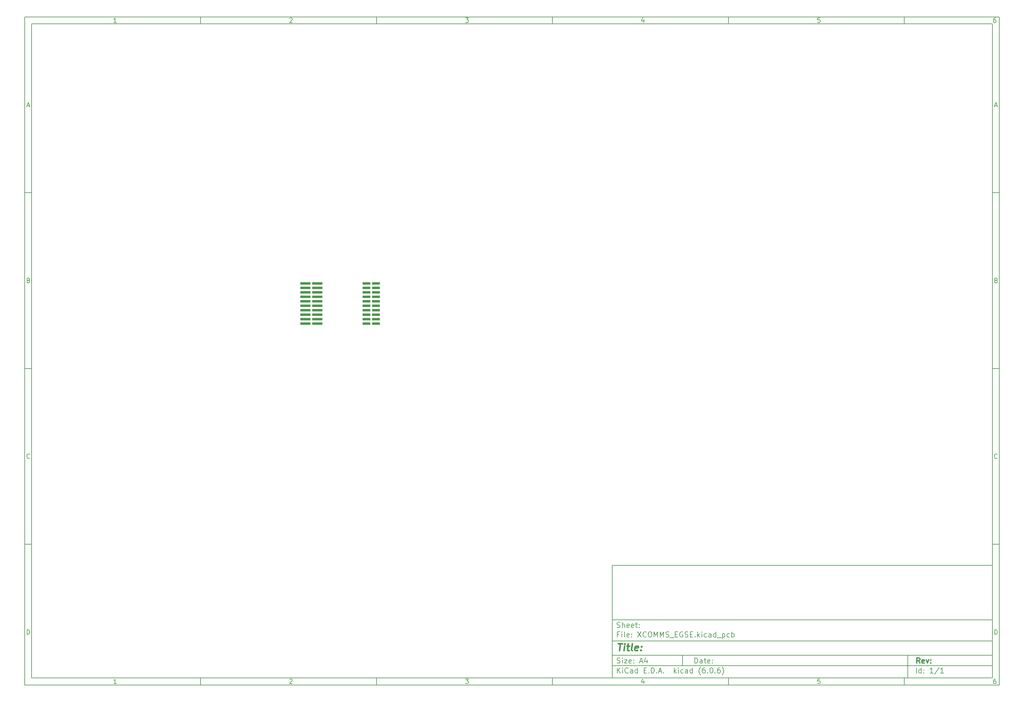
<source format=gbr>
%TF.GenerationSoftware,KiCad,Pcbnew,(6.0.6)*%
%TF.CreationDate,2022-07-08T12:35:32+02:00*%
%TF.ProjectId,XCOMMS_EGSE,58434f4d-4d53-45f4-9547-53452e6b6963,rev?*%
%TF.SameCoordinates,Original*%
%TF.FileFunction,Paste,Top*%
%TF.FilePolarity,Positive*%
%FSLAX46Y46*%
G04 Gerber Fmt 4.6, Leading zero omitted, Abs format (unit mm)*
G04 Created by KiCad (PCBNEW (6.0.6)) date 2022-07-08 12:35:32*
%MOMM*%
%LPD*%
G01*
G04 APERTURE LIST*
%ADD10C,0.100000*%
%ADD11C,0.150000*%
%ADD12C,0.300000*%
%ADD13C,0.400000*%
%ADD14R,2.920000X0.650000*%
%ADD15R,2.220000X0.740000*%
G04 APERTURE END LIST*
D10*
D11*
X177002200Y-166007200D02*
X177002200Y-198007200D01*
X285002200Y-198007200D01*
X285002200Y-166007200D01*
X177002200Y-166007200D01*
D10*
D11*
X10000000Y-10000000D02*
X10000000Y-200007200D01*
X287002200Y-200007200D01*
X287002200Y-10000000D01*
X10000000Y-10000000D01*
D10*
D11*
X12000000Y-12000000D02*
X12000000Y-198007200D01*
X285002200Y-198007200D01*
X285002200Y-12000000D01*
X12000000Y-12000000D01*
D10*
D11*
X60000000Y-12000000D02*
X60000000Y-10000000D01*
D10*
D11*
X110000000Y-12000000D02*
X110000000Y-10000000D01*
D10*
D11*
X160000000Y-12000000D02*
X160000000Y-10000000D01*
D10*
D11*
X210000000Y-12000000D02*
X210000000Y-10000000D01*
D10*
D11*
X260000000Y-12000000D02*
X260000000Y-10000000D01*
D10*
D11*
X36065476Y-11588095D02*
X35322619Y-11588095D01*
X35694047Y-11588095D02*
X35694047Y-10288095D01*
X35570238Y-10473809D01*
X35446428Y-10597619D01*
X35322619Y-10659523D01*
D10*
D11*
X85322619Y-10411904D02*
X85384523Y-10350000D01*
X85508333Y-10288095D01*
X85817857Y-10288095D01*
X85941666Y-10350000D01*
X86003571Y-10411904D01*
X86065476Y-10535714D01*
X86065476Y-10659523D01*
X86003571Y-10845238D01*
X85260714Y-11588095D01*
X86065476Y-11588095D01*
D10*
D11*
X135260714Y-10288095D02*
X136065476Y-10288095D01*
X135632142Y-10783333D01*
X135817857Y-10783333D01*
X135941666Y-10845238D01*
X136003571Y-10907142D01*
X136065476Y-11030952D01*
X136065476Y-11340476D01*
X136003571Y-11464285D01*
X135941666Y-11526190D01*
X135817857Y-11588095D01*
X135446428Y-11588095D01*
X135322619Y-11526190D01*
X135260714Y-11464285D01*
D10*
D11*
X185941666Y-10721428D02*
X185941666Y-11588095D01*
X185632142Y-10226190D02*
X185322619Y-11154761D01*
X186127380Y-11154761D01*
D10*
D11*
X236003571Y-10288095D02*
X235384523Y-10288095D01*
X235322619Y-10907142D01*
X235384523Y-10845238D01*
X235508333Y-10783333D01*
X235817857Y-10783333D01*
X235941666Y-10845238D01*
X236003571Y-10907142D01*
X236065476Y-11030952D01*
X236065476Y-11340476D01*
X236003571Y-11464285D01*
X235941666Y-11526190D01*
X235817857Y-11588095D01*
X235508333Y-11588095D01*
X235384523Y-11526190D01*
X235322619Y-11464285D01*
D10*
D11*
X285941666Y-10288095D02*
X285694047Y-10288095D01*
X285570238Y-10350000D01*
X285508333Y-10411904D01*
X285384523Y-10597619D01*
X285322619Y-10845238D01*
X285322619Y-11340476D01*
X285384523Y-11464285D01*
X285446428Y-11526190D01*
X285570238Y-11588095D01*
X285817857Y-11588095D01*
X285941666Y-11526190D01*
X286003571Y-11464285D01*
X286065476Y-11340476D01*
X286065476Y-11030952D01*
X286003571Y-10907142D01*
X285941666Y-10845238D01*
X285817857Y-10783333D01*
X285570238Y-10783333D01*
X285446428Y-10845238D01*
X285384523Y-10907142D01*
X285322619Y-11030952D01*
D10*
D11*
X60000000Y-198007200D02*
X60000000Y-200007200D01*
D10*
D11*
X110000000Y-198007200D02*
X110000000Y-200007200D01*
D10*
D11*
X160000000Y-198007200D02*
X160000000Y-200007200D01*
D10*
D11*
X210000000Y-198007200D02*
X210000000Y-200007200D01*
D10*
D11*
X260000000Y-198007200D02*
X260000000Y-200007200D01*
D10*
D11*
X36065476Y-199595295D02*
X35322619Y-199595295D01*
X35694047Y-199595295D02*
X35694047Y-198295295D01*
X35570238Y-198481009D01*
X35446428Y-198604819D01*
X35322619Y-198666723D01*
D10*
D11*
X85322619Y-198419104D02*
X85384523Y-198357200D01*
X85508333Y-198295295D01*
X85817857Y-198295295D01*
X85941666Y-198357200D01*
X86003571Y-198419104D01*
X86065476Y-198542914D01*
X86065476Y-198666723D01*
X86003571Y-198852438D01*
X85260714Y-199595295D01*
X86065476Y-199595295D01*
D10*
D11*
X135260714Y-198295295D02*
X136065476Y-198295295D01*
X135632142Y-198790533D01*
X135817857Y-198790533D01*
X135941666Y-198852438D01*
X136003571Y-198914342D01*
X136065476Y-199038152D01*
X136065476Y-199347676D01*
X136003571Y-199471485D01*
X135941666Y-199533390D01*
X135817857Y-199595295D01*
X135446428Y-199595295D01*
X135322619Y-199533390D01*
X135260714Y-199471485D01*
D10*
D11*
X185941666Y-198728628D02*
X185941666Y-199595295D01*
X185632142Y-198233390D02*
X185322619Y-199161961D01*
X186127380Y-199161961D01*
D10*
D11*
X236003571Y-198295295D02*
X235384523Y-198295295D01*
X235322619Y-198914342D01*
X235384523Y-198852438D01*
X235508333Y-198790533D01*
X235817857Y-198790533D01*
X235941666Y-198852438D01*
X236003571Y-198914342D01*
X236065476Y-199038152D01*
X236065476Y-199347676D01*
X236003571Y-199471485D01*
X235941666Y-199533390D01*
X235817857Y-199595295D01*
X235508333Y-199595295D01*
X235384523Y-199533390D01*
X235322619Y-199471485D01*
D10*
D11*
X285941666Y-198295295D02*
X285694047Y-198295295D01*
X285570238Y-198357200D01*
X285508333Y-198419104D01*
X285384523Y-198604819D01*
X285322619Y-198852438D01*
X285322619Y-199347676D01*
X285384523Y-199471485D01*
X285446428Y-199533390D01*
X285570238Y-199595295D01*
X285817857Y-199595295D01*
X285941666Y-199533390D01*
X286003571Y-199471485D01*
X286065476Y-199347676D01*
X286065476Y-199038152D01*
X286003571Y-198914342D01*
X285941666Y-198852438D01*
X285817857Y-198790533D01*
X285570238Y-198790533D01*
X285446428Y-198852438D01*
X285384523Y-198914342D01*
X285322619Y-199038152D01*
D10*
D11*
X10000000Y-60000000D02*
X12000000Y-60000000D01*
D10*
D11*
X10000000Y-110000000D02*
X12000000Y-110000000D01*
D10*
D11*
X10000000Y-160000000D02*
X12000000Y-160000000D01*
D10*
D11*
X10690476Y-35216666D02*
X11309523Y-35216666D01*
X10566666Y-35588095D02*
X11000000Y-34288095D01*
X11433333Y-35588095D01*
D10*
D11*
X11092857Y-84907142D02*
X11278571Y-84969047D01*
X11340476Y-85030952D01*
X11402380Y-85154761D01*
X11402380Y-85340476D01*
X11340476Y-85464285D01*
X11278571Y-85526190D01*
X11154761Y-85588095D01*
X10659523Y-85588095D01*
X10659523Y-84288095D01*
X11092857Y-84288095D01*
X11216666Y-84350000D01*
X11278571Y-84411904D01*
X11340476Y-84535714D01*
X11340476Y-84659523D01*
X11278571Y-84783333D01*
X11216666Y-84845238D01*
X11092857Y-84907142D01*
X10659523Y-84907142D01*
D10*
D11*
X11402380Y-135464285D02*
X11340476Y-135526190D01*
X11154761Y-135588095D01*
X11030952Y-135588095D01*
X10845238Y-135526190D01*
X10721428Y-135402380D01*
X10659523Y-135278571D01*
X10597619Y-135030952D01*
X10597619Y-134845238D01*
X10659523Y-134597619D01*
X10721428Y-134473809D01*
X10845238Y-134350000D01*
X11030952Y-134288095D01*
X11154761Y-134288095D01*
X11340476Y-134350000D01*
X11402380Y-134411904D01*
D10*
D11*
X10659523Y-185588095D02*
X10659523Y-184288095D01*
X10969047Y-184288095D01*
X11154761Y-184350000D01*
X11278571Y-184473809D01*
X11340476Y-184597619D01*
X11402380Y-184845238D01*
X11402380Y-185030952D01*
X11340476Y-185278571D01*
X11278571Y-185402380D01*
X11154761Y-185526190D01*
X10969047Y-185588095D01*
X10659523Y-185588095D01*
D10*
D11*
X287002200Y-60000000D02*
X285002200Y-60000000D01*
D10*
D11*
X287002200Y-110000000D02*
X285002200Y-110000000D01*
D10*
D11*
X287002200Y-160000000D02*
X285002200Y-160000000D01*
D10*
D11*
X285692676Y-35216666D02*
X286311723Y-35216666D01*
X285568866Y-35588095D02*
X286002200Y-34288095D01*
X286435533Y-35588095D01*
D10*
D11*
X286095057Y-84907142D02*
X286280771Y-84969047D01*
X286342676Y-85030952D01*
X286404580Y-85154761D01*
X286404580Y-85340476D01*
X286342676Y-85464285D01*
X286280771Y-85526190D01*
X286156961Y-85588095D01*
X285661723Y-85588095D01*
X285661723Y-84288095D01*
X286095057Y-84288095D01*
X286218866Y-84350000D01*
X286280771Y-84411904D01*
X286342676Y-84535714D01*
X286342676Y-84659523D01*
X286280771Y-84783333D01*
X286218866Y-84845238D01*
X286095057Y-84907142D01*
X285661723Y-84907142D01*
D10*
D11*
X286404580Y-135464285D02*
X286342676Y-135526190D01*
X286156961Y-135588095D01*
X286033152Y-135588095D01*
X285847438Y-135526190D01*
X285723628Y-135402380D01*
X285661723Y-135278571D01*
X285599819Y-135030952D01*
X285599819Y-134845238D01*
X285661723Y-134597619D01*
X285723628Y-134473809D01*
X285847438Y-134350000D01*
X286033152Y-134288095D01*
X286156961Y-134288095D01*
X286342676Y-134350000D01*
X286404580Y-134411904D01*
D10*
D11*
X285661723Y-185588095D02*
X285661723Y-184288095D01*
X285971247Y-184288095D01*
X286156961Y-184350000D01*
X286280771Y-184473809D01*
X286342676Y-184597619D01*
X286404580Y-184845238D01*
X286404580Y-185030952D01*
X286342676Y-185278571D01*
X286280771Y-185402380D01*
X286156961Y-185526190D01*
X285971247Y-185588095D01*
X285661723Y-185588095D01*
D10*
D11*
X200434342Y-193785771D02*
X200434342Y-192285771D01*
X200791485Y-192285771D01*
X201005771Y-192357200D01*
X201148628Y-192500057D01*
X201220057Y-192642914D01*
X201291485Y-192928628D01*
X201291485Y-193142914D01*
X201220057Y-193428628D01*
X201148628Y-193571485D01*
X201005771Y-193714342D01*
X200791485Y-193785771D01*
X200434342Y-193785771D01*
X202577200Y-193785771D02*
X202577200Y-193000057D01*
X202505771Y-192857200D01*
X202362914Y-192785771D01*
X202077200Y-192785771D01*
X201934342Y-192857200D01*
X202577200Y-193714342D02*
X202434342Y-193785771D01*
X202077200Y-193785771D01*
X201934342Y-193714342D01*
X201862914Y-193571485D01*
X201862914Y-193428628D01*
X201934342Y-193285771D01*
X202077200Y-193214342D01*
X202434342Y-193214342D01*
X202577200Y-193142914D01*
X203077200Y-192785771D02*
X203648628Y-192785771D01*
X203291485Y-192285771D02*
X203291485Y-193571485D01*
X203362914Y-193714342D01*
X203505771Y-193785771D01*
X203648628Y-193785771D01*
X204720057Y-193714342D02*
X204577200Y-193785771D01*
X204291485Y-193785771D01*
X204148628Y-193714342D01*
X204077200Y-193571485D01*
X204077200Y-193000057D01*
X204148628Y-192857200D01*
X204291485Y-192785771D01*
X204577200Y-192785771D01*
X204720057Y-192857200D01*
X204791485Y-193000057D01*
X204791485Y-193142914D01*
X204077200Y-193285771D01*
X205434342Y-193642914D02*
X205505771Y-193714342D01*
X205434342Y-193785771D01*
X205362914Y-193714342D01*
X205434342Y-193642914D01*
X205434342Y-193785771D01*
X205434342Y-192857200D02*
X205505771Y-192928628D01*
X205434342Y-193000057D01*
X205362914Y-192928628D01*
X205434342Y-192857200D01*
X205434342Y-193000057D01*
D10*
D11*
X177002200Y-194507200D02*
X285002200Y-194507200D01*
D10*
D11*
X178434342Y-196585771D02*
X178434342Y-195085771D01*
X179291485Y-196585771D02*
X178648628Y-195728628D01*
X179291485Y-195085771D02*
X178434342Y-195942914D01*
X179934342Y-196585771D02*
X179934342Y-195585771D01*
X179934342Y-195085771D02*
X179862914Y-195157200D01*
X179934342Y-195228628D01*
X180005771Y-195157200D01*
X179934342Y-195085771D01*
X179934342Y-195228628D01*
X181505771Y-196442914D02*
X181434342Y-196514342D01*
X181220057Y-196585771D01*
X181077200Y-196585771D01*
X180862914Y-196514342D01*
X180720057Y-196371485D01*
X180648628Y-196228628D01*
X180577200Y-195942914D01*
X180577200Y-195728628D01*
X180648628Y-195442914D01*
X180720057Y-195300057D01*
X180862914Y-195157200D01*
X181077200Y-195085771D01*
X181220057Y-195085771D01*
X181434342Y-195157200D01*
X181505771Y-195228628D01*
X182791485Y-196585771D02*
X182791485Y-195800057D01*
X182720057Y-195657200D01*
X182577200Y-195585771D01*
X182291485Y-195585771D01*
X182148628Y-195657200D01*
X182791485Y-196514342D02*
X182648628Y-196585771D01*
X182291485Y-196585771D01*
X182148628Y-196514342D01*
X182077200Y-196371485D01*
X182077200Y-196228628D01*
X182148628Y-196085771D01*
X182291485Y-196014342D01*
X182648628Y-196014342D01*
X182791485Y-195942914D01*
X184148628Y-196585771D02*
X184148628Y-195085771D01*
X184148628Y-196514342D02*
X184005771Y-196585771D01*
X183720057Y-196585771D01*
X183577200Y-196514342D01*
X183505771Y-196442914D01*
X183434342Y-196300057D01*
X183434342Y-195871485D01*
X183505771Y-195728628D01*
X183577200Y-195657200D01*
X183720057Y-195585771D01*
X184005771Y-195585771D01*
X184148628Y-195657200D01*
X186005771Y-195800057D02*
X186505771Y-195800057D01*
X186720057Y-196585771D02*
X186005771Y-196585771D01*
X186005771Y-195085771D01*
X186720057Y-195085771D01*
X187362914Y-196442914D02*
X187434342Y-196514342D01*
X187362914Y-196585771D01*
X187291485Y-196514342D01*
X187362914Y-196442914D01*
X187362914Y-196585771D01*
X188077200Y-196585771D02*
X188077200Y-195085771D01*
X188434342Y-195085771D01*
X188648628Y-195157200D01*
X188791485Y-195300057D01*
X188862914Y-195442914D01*
X188934342Y-195728628D01*
X188934342Y-195942914D01*
X188862914Y-196228628D01*
X188791485Y-196371485D01*
X188648628Y-196514342D01*
X188434342Y-196585771D01*
X188077200Y-196585771D01*
X189577200Y-196442914D02*
X189648628Y-196514342D01*
X189577200Y-196585771D01*
X189505771Y-196514342D01*
X189577200Y-196442914D01*
X189577200Y-196585771D01*
X190220057Y-196157200D02*
X190934342Y-196157200D01*
X190077200Y-196585771D02*
X190577200Y-195085771D01*
X191077200Y-196585771D01*
X191577200Y-196442914D02*
X191648628Y-196514342D01*
X191577200Y-196585771D01*
X191505771Y-196514342D01*
X191577200Y-196442914D01*
X191577200Y-196585771D01*
X194577200Y-196585771D02*
X194577200Y-195085771D01*
X194720057Y-196014342D02*
X195148628Y-196585771D01*
X195148628Y-195585771D02*
X194577200Y-196157200D01*
X195791485Y-196585771D02*
X195791485Y-195585771D01*
X195791485Y-195085771D02*
X195720057Y-195157200D01*
X195791485Y-195228628D01*
X195862914Y-195157200D01*
X195791485Y-195085771D01*
X195791485Y-195228628D01*
X197148628Y-196514342D02*
X197005771Y-196585771D01*
X196720057Y-196585771D01*
X196577200Y-196514342D01*
X196505771Y-196442914D01*
X196434342Y-196300057D01*
X196434342Y-195871485D01*
X196505771Y-195728628D01*
X196577200Y-195657200D01*
X196720057Y-195585771D01*
X197005771Y-195585771D01*
X197148628Y-195657200D01*
X198434342Y-196585771D02*
X198434342Y-195800057D01*
X198362914Y-195657200D01*
X198220057Y-195585771D01*
X197934342Y-195585771D01*
X197791485Y-195657200D01*
X198434342Y-196514342D02*
X198291485Y-196585771D01*
X197934342Y-196585771D01*
X197791485Y-196514342D01*
X197720057Y-196371485D01*
X197720057Y-196228628D01*
X197791485Y-196085771D01*
X197934342Y-196014342D01*
X198291485Y-196014342D01*
X198434342Y-195942914D01*
X199791485Y-196585771D02*
X199791485Y-195085771D01*
X199791485Y-196514342D02*
X199648628Y-196585771D01*
X199362914Y-196585771D01*
X199220057Y-196514342D01*
X199148628Y-196442914D01*
X199077200Y-196300057D01*
X199077200Y-195871485D01*
X199148628Y-195728628D01*
X199220057Y-195657200D01*
X199362914Y-195585771D01*
X199648628Y-195585771D01*
X199791485Y-195657200D01*
X202077200Y-197157200D02*
X202005771Y-197085771D01*
X201862914Y-196871485D01*
X201791485Y-196728628D01*
X201720057Y-196514342D01*
X201648628Y-196157200D01*
X201648628Y-195871485D01*
X201720057Y-195514342D01*
X201791485Y-195300057D01*
X201862914Y-195157200D01*
X202005771Y-194942914D01*
X202077200Y-194871485D01*
X203291485Y-195085771D02*
X203005771Y-195085771D01*
X202862914Y-195157200D01*
X202791485Y-195228628D01*
X202648628Y-195442914D01*
X202577200Y-195728628D01*
X202577200Y-196300057D01*
X202648628Y-196442914D01*
X202720057Y-196514342D01*
X202862914Y-196585771D01*
X203148628Y-196585771D01*
X203291485Y-196514342D01*
X203362914Y-196442914D01*
X203434342Y-196300057D01*
X203434342Y-195942914D01*
X203362914Y-195800057D01*
X203291485Y-195728628D01*
X203148628Y-195657200D01*
X202862914Y-195657200D01*
X202720057Y-195728628D01*
X202648628Y-195800057D01*
X202577200Y-195942914D01*
X204077200Y-196442914D02*
X204148628Y-196514342D01*
X204077200Y-196585771D01*
X204005771Y-196514342D01*
X204077200Y-196442914D01*
X204077200Y-196585771D01*
X205077200Y-195085771D02*
X205220057Y-195085771D01*
X205362914Y-195157200D01*
X205434342Y-195228628D01*
X205505771Y-195371485D01*
X205577200Y-195657200D01*
X205577200Y-196014342D01*
X205505771Y-196300057D01*
X205434342Y-196442914D01*
X205362914Y-196514342D01*
X205220057Y-196585771D01*
X205077200Y-196585771D01*
X204934342Y-196514342D01*
X204862914Y-196442914D01*
X204791485Y-196300057D01*
X204720057Y-196014342D01*
X204720057Y-195657200D01*
X204791485Y-195371485D01*
X204862914Y-195228628D01*
X204934342Y-195157200D01*
X205077200Y-195085771D01*
X206220057Y-196442914D02*
X206291485Y-196514342D01*
X206220057Y-196585771D01*
X206148628Y-196514342D01*
X206220057Y-196442914D01*
X206220057Y-196585771D01*
X207577200Y-195085771D02*
X207291485Y-195085771D01*
X207148628Y-195157200D01*
X207077200Y-195228628D01*
X206934342Y-195442914D01*
X206862914Y-195728628D01*
X206862914Y-196300057D01*
X206934342Y-196442914D01*
X207005771Y-196514342D01*
X207148628Y-196585771D01*
X207434342Y-196585771D01*
X207577200Y-196514342D01*
X207648628Y-196442914D01*
X207720057Y-196300057D01*
X207720057Y-195942914D01*
X207648628Y-195800057D01*
X207577200Y-195728628D01*
X207434342Y-195657200D01*
X207148628Y-195657200D01*
X207005771Y-195728628D01*
X206934342Y-195800057D01*
X206862914Y-195942914D01*
X208220057Y-197157200D02*
X208291485Y-197085771D01*
X208434342Y-196871485D01*
X208505771Y-196728628D01*
X208577200Y-196514342D01*
X208648628Y-196157200D01*
X208648628Y-195871485D01*
X208577200Y-195514342D01*
X208505771Y-195300057D01*
X208434342Y-195157200D01*
X208291485Y-194942914D01*
X208220057Y-194871485D01*
D10*
D11*
X177002200Y-191507200D02*
X285002200Y-191507200D01*
D10*
D12*
X264411485Y-193785771D02*
X263911485Y-193071485D01*
X263554342Y-193785771D02*
X263554342Y-192285771D01*
X264125771Y-192285771D01*
X264268628Y-192357200D01*
X264340057Y-192428628D01*
X264411485Y-192571485D01*
X264411485Y-192785771D01*
X264340057Y-192928628D01*
X264268628Y-193000057D01*
X264125771Y-193071485D01*
X263554342Y-193071485D01*
X265625771Y-193714342D02*
X265482914Y-193785771D01*
X265197200Y-193785771D01*
X265054342Y-193714342D01*
X264982914Y-193571485D01*
X264982914Y-193000057D01*
X265054342Y-192857200D01*
X265197200Y-192785771D01*
X265482914Y-192785771D01*
X265625771Y-192857200D01*
X265697200Y-193000057D01*
X265697200Y-193142914D01*
X264982914Y-193285771D01*
X266197200Y-192785771D02*
X266554342Y-193785771D01*
X266911485Y-192785771D01*
X267482914Y-193642914D02*
X267554342Y-193714342D01*
X267482914Y-193785771D01*
X267411485Y-193714342D01*
X267482914Y-193642914D01*
X267482914Y-193785771D01*
X267482914Y-192857200D02*
X267554342Y-192928628D01*
X267482914Y-193000057D01*
X267411485Y-192928628D01*
X267482914Y-192857200D01*
X267482914Y-193000057D01*
D10*
D11*
X178362914Y-193714342D02*
X178577200Y-193785771D01*
X178934342Y-193785771D01*
X179077200Y-193714342D01*
X179148628Y-193642914D01*
X179220057Y-193500057D01*
X179220057Y-193357200D01*
X179148628Y-193214342D01*
X179077200Y-193142914D01*
X178934342Y-193071485D01*
X178648628Y-193000057D01*
X178505771Y-192928628D01*
X178434342Y-192857200D01*
X178362914Y-192714342D01*
X178362914Y-192571485D01*
X178434342Y-192428628D01*
X178505771Y-192357200D01*
X178648628Y-192285771D01*
X179005771Y-192285771D01*
X179220057Y-192357200D01*
X179862914Y-193785771D02*
X179862914Y-192785771D01*
X179862914Y-192285771D02*
X179791485Y-192357200D01*
X179862914Y-192428628D01*
X179934342Y-192357200D01*
X179862914Y-192285771D01*
X179862914Y-192428628D01*
X180434342Y-192785771D02*
X181220057Y-192785771D01*
X180434342Y-193785771D01*
X181220057Y-193785771D01*
X182362914Y-193714342D02*
X182220057Y-193785771D01*
X181934342Y-193785771D01*
X181791485Y-193714342D01*
X181720057Y-193571485D01*
X181720057Y-193000057D01*
X181791485Y-192857200D01*
X181934342Y-192785771D01*
X182220057Y-192785771D01*
X182362914Y-192857200D01*
X182434342Y-193000057D01*
X182434342Y-193142914D01*
X181720057Y-193285771D01*
X183077200Y-193642914D02*
X183148628Y-193714342D01*
X183077200Y-193785771D01*
X183005771Y-193714342D01*
X183077200Y-193642914D01*
X183077200Y-193785771D01*
X183077200Y-192857200D02*
X183148628Y-192928628D01*
X183077200Y-193000057D01*
X183005771Y-192928628D01*
X183077200Y-192857200D01*
X183077200Y-193000057D01*
X184862914Y-193357200D02*
X185577200Y-193357200D01*
X184720057Y-193785771D02*
X185220057Y-192285771D01*
X185720057Y-193785771D01*
X186862914Y-192785771D02*
X186862914Y-193785771D01*
X186505771Y-192214342D02*
X186148628Y-193285771D01*
X187077200Y-193285771D01*
D10*
D11*
X263434342Y-196585771D02*
X263434342Y-195085771D01*
X264791485Y-196585771D02*
X264791485Y-195085771D01*
X264791485Y-196514342D02*
X264648628Y-196585771D01*
X264362914Y-196585771D01*
X264220057Y-196514342D01*
X264148628Y-196442914D01*
X264077200Y-196300057D01*
X264077200Y-195871485D01*
X264148628Y-195728628D01*
X264220057Y-195657200D01*
X264362914Y-195585771D01*
X264648628Y-195585771D01*
X264791485Y-195657200D01*
X265505771Y-196442914D02*
X265577200Y-196514342D01*
X265505771Y-196585771D01*
X265434342Y-196514342D01*
X265505771Y-196442914D01*
X265505771Y-196585771D01*
X265505771Y-195657200D02*
X265577200Y-195728628D01*
X265505771Y-195800057D01*
X265434342Y-195728628D01*
X265505771Y-195657200D01*
X265505771Y-195800057D01*
X268148628Y-196585771D02*
X267291485Y-196585771D01*
X267720057Y-196585771D02*
X267720057Y-195085771D01*
X267577200Y-195300057D01*
X267434342Y-195442914D01*
X267291485Y-195514342D01*
X269862914Y-195014342D02*
X268577200Y-196942914D01*
X271148628Y-196585771D02*
X270291485Y-196585771D01*
X270720057Y-196585771D02*
X270720057Y-195085771D01*
X270577200Y-195300057D01*
X270434342Y-195442914D01*
X270291485Y-195514342D01*
D10*
D11*
X177002200Y-187507200D02*
X285002200Y-187507200D01*
D10*
D13*
X178714580Y-188211961D02*
X179857438Y-188211961D01*
X179036009Y-190211961D02*
X179286009Y-188211961D01*
X180274104Y-190211961D02*
X180440771Y-188878628D01*
X180524104Y-188211961D02*
X180416961Y-188307200D01*
X180500295Y-188402438D01*
X180607438Y-188307200D01*
X180524104Y-188211961D01*
X180500295Y-188402438D01*
X181107438Y-188878628D02*
X181869342Y-188878628D01*
X181476485Y-188211961D02*
X181262200Y-189926247D01*
X181333628Y-190116723D01*
X181512200Y-190211961D01*
X181702676Y-190211961D01*
X182655057Y-190211961D02*
X182476485Y-190116723D01*
X182405057Y-189926247D01*
X182619342Y-188211961D01*
X184190771Y-190116723D02*
X183988390Y-190211961D01*
X183607438Y-190211961D01*
X183428866Y-190116723D01*
X183357438Y-189926247D01*
X183452676Y-189164342D01*
X183571723Y-188973866D01*
X183774104Y-188878628D01*
X184155057Y-188878628D01*
X184333628Y-188973866D01*
X184405057Y-189164342D01*
X184381247Y-189354819D01*
X183405057Y-189545295D01*
X185155057Y-190021485D02*
X185238390Y-190116723D01*
X185131247Y-190211961D01*
X185047914Y-190116723D01*
X185155057Y-190021485D01*
X185131247Y-190211961D01*
X185286009Y-188973866D02*
X185369342Y-189069104D01*
X185262200Y-189164342D01*
X185178866Y-189069104D01*
X185286009Y-188973866D01*
X185262200Y-189164342D01*
D10*
D11*
X178934342Y-185600057D02*
X178434342Y-185600057D01*
X178434342Y-186385771D02*
X178434342Y-184885771D01*
X179148628Y-184885771D01*
X179720057Y-186385771D02*
X179720057Y-185385771D01*
X179720057Y-184885771D02*
X179648628Y-184957200D01*
X179720057Y-185028628D01*
X179791485Y-184957200D01*
X179720057Y-184885771D01*
X179720057Y-185028628D01*
X180648628Y-186385771D02*
X180505771Y-186314342D01*
X180434342Y-186171485D01*
X180434342Y-184885771D01*
X181791485Y-186314342D02*
X181648628Y-186385771D01*
X181362914Y-186385771D01*
X181220057Y-186314342D01*
X181148628Y-186171485D01*
X181148628Y-185600057D01*
X181220057Y-185457200D01*
X181362914Y-185385771D01*
X181648628Y-185385771D01*
X181791485Y-185457200D01*
X181862914Y-185600057D01*
X181862914Y-185742914D01*
X181148628Y-185885771D01*
X182505771Y-186242914D02*
X182577200Y-186314342D01*
X182505771Y-186385771D01*
X182434342Y-186314342D01*
X182505771Y-186242914D01*
X182505771Y-186385771D01*
X182505771Y-185457200D02*
X182577200Y-185528628D01*
X182505771Y-185600057D01*
X182434342Y-185528628D01*
X182505771Y-185457200D01*
X182505771Y-185600057D01*
X184220057Y-184885771D02*
X185220057Y-186385771D01*
X185220057Y-184885771D02*
X184220057Y-186385771D01*
X186648628Y-186242914D02*
X186577200Y-186314342D01*
X186362914Y-186385771D01*
X186220057Y-186385771D01*
X186005771Y-186314342D01*
X185862914Y-186171485D01*
X185791485Y-186028628D01*
X185720057Y-185742914D01*
X185720057Y-185528628D01*
X185791485Y-185242914D01*
X185862914Y-185100057D01*
X186005771Y-184957200D01*
X186220057Y-184885771D01*
X186362914Y-184885771D01*
X186577200Y-184957200D01*
X186648628Y-185028628D01*
X187577200Y-184885771D02*
X187862914Y-184885771D01*
X188005771Y-184957200D01*
X188148628Y-185100057D01*
X188220057Y-185385771D01*
X188220057Y-185885771D01*
X188148628Y-186171485D01*
X188005771Y-186314342D01*
X187862914Y-186385771D01*
X187577200Y-186385771D01*
X187434342Y-186314342D01*
X187291485Y-186171485D01*
X187220057Y-185885771D01*
X187220057Y-185385771D01*
X187291485Y-185100057D01*
X187434342Y-184957200D01*
X187577200Y-184885771D01*
X188862914Y-186385771D02*
X188862914Y-184885771D01*
X189362914Y-185957200D01*
X189862914Y-184885771D01*
X189862914Y-186385771D01*
X190577200Y-186385771D02*
X190577200Y-184885771D01*
X191077200Y-185957200D01*
X191577200Y-184885771D01*
X191577200Y-186385771D01*
X192220057Y-186314342D02*
X192434342Y-186385771D01*
X192791485Y-186385771D01*
X192934342Y-186314342D01*
X193005771Y-186242914D01*
X193077200Y-186100057D01*
X193077200Y-185957200D01*
X193005771Y-185814342D01*
X192934342Y-185742914D01*
X192791485Y-185671485D01*
X192505771Y-185600057D01*
X192362914Y-185528628D01*
X192291485Y-185457200D01*
X192220057Y-185314342D01*
X192220057Y-185171485D01*
X192291485Y-185028628D01*
X192362914Y-184957200D01*
X192505771Y-184885771D01*
X192862914Y-184885771D01*
X193077200Y-184957200D01*
X193362914Y-186528628D02*
X194505771Y-186528628D01*
X194862914Y-185600057D02*
X195362914Y-185600057D01*
X195577200Y-186385771D02*
X194862914Y-186385771D01*
X194862914Y-184885771D01*
X195577200Y-184885771D01*
X197005771Y-184957200D02*
X196862914Y-184885771D01*
X196648628Y-184885771D01*
X196434342Y-184957200D01*
X196291485Y-185100057D01*
X196220057Y-185242914D01*
X196148628Y-185528628D01*
X196148628Y-185742914D01*
X196220057Y-186028628D01*
X196291485Y-186171485D01*
X196434342Y-186314342D01*
X196648628Y-186385771D01*
X196791485Y-186385771D01*
X197005771Y-186314342D01*
X197077200Y-186242914D01*
X197077200Y-185742914D01*
X196791485Y-185742914D01*
X197648628Y-186314342D02*
X197862914Y-186385771D01*
X198220057Y-186385771D01*
X198362914Y-186314342D01*
X198434342Y-186242914D01*
X198505771Y-186100057D01*
X198505771Y-185957200D01*
X198434342Y-185814342D01*
X198362914Y-185742914D01*
X198220057Y-185671485D01*
X197934342Y-185600057D01*
X197791485Y-185528628D01*
X197720057Y-185457200D01*
X197648628Y-185314342D01*
X197648628Y-185171485D01*
X197720057Y-185028628D01*
X197791485Y-184957200D01*
X197934342Y-184885771D01*
X198291485Y-184885771D01*
X198505771Y-184957200D01*
X199148628Y-185600057D02*
X199648628Y-185600057D01*
X199862914Y-186385771D02*
X199148628Y-186385771D01*
X199148628Y-184885771D01*
X199862914Y-184885771D01*
X200505771Y-186242914D02*
X200577200Y-186314342D01*
X200505771Y-186385771D01*
X200434342Y-186314342D01*
X200505771Y-186242914D01*
X200505771Y-186385771D01*
X201220057Y-186385771D02*
X201220057Y-184885771D01*
X201362914Y-185814342D02*
X201791485Y-186385771D01*
X201791485Y-185385771D02*
X201220057Y-185957200D01*
X202434342Y-186385771D02*
X202434342Y-185385771D01*
X202434342Y-184885771D02*
X202362914Y-184957200D01*
X202434342Y-185028628D01*
X202505771Y-184957200D01*
X202434342Y-184885771D01*
X202434342Y-185028628D01*
X203791485Y-186314342D02*
X203648628Y-186385771D01*
X203362914Y-186385771D01*
X203220057Y-186314342D01*
X203148628Y-186242914D01*
X203077200Y-186100057D01*
X203077200Y-185671485D01*
X203148628Y-185528628D01*
X203220057Y-185457200D01*
X203362914Y-185385771D01*
X203648628Y-185385771D01*
X203791485Y-185457200D01*
X205077200Y-186385771D02*
X205077200Y-185600057D01*
X205005771Y-185457200D01*
X204862914Y-185385771D01*
X204577200Y-185385771D01*
X204434342Y-185457200D01*
X205077200Y-186314342D02*
X204934342Y-186385771D01*
X204577200Y-186385771D01*
X204434342Y-186314342D01*
X204362914Y-186171485D01*
X204362914Y-186028628D01*
X204434342Y-185885771D01*
X204577200Y-185814342D01*
X204934342Y-185814342D01*
X205077200Y-185742914D01*
X206434342Y-186385771D02*
X206434342Y-184885771D01*
X206434342Y-186314342D02*
X206291485Y-186385771D01*
X206005771Y-186385771D01*
X205862914Y-186314342D01*
X205791485Y-186242914D01*
X205720057Y-186100057D01*
X205720057Y-185671485D01*
X205791485Y-185528628D01*
X205862914Y-185457200D01*
X206005771Y-185385771D01*
X206291485Y-185385771D01*
X206434342Y-185457200D01*
X206791485Y-186528628D02*
X207934342Y-186528628D01*
X208291485Y-185385771D02*
X208291485Y-186885771D01*
X208291485Y-185457200D02*
X208434342Y-185385771D01*
X208720057Y-185385771D01*
X208862914Y-185457200D01*
X208934342Y-185528628D01*
X209005771Y-185671485D01*
X209005771Y-186100057D01*
X208934342Y-186242914D01*
X208862914Y-186314342D01*
X208720057Y-186385771D01*
X208434342Y-186385771D01*
X208291485Y-186314342D01*
X210291485Y-186314342D02*
X210148628Y-186385771D01*
X209862914Y-186385771D01*
X209720057Y-186314342D01*
X209648628Y-186242914D01*
X209577200Y-186100057D01*
X209577200Y-185671485D01*
X209648628Y-185528628D01*
X209720057Y-185457200D01*
X209862914Y-185385771D01*
X210148628Y-185385771D01*
X210291485Y-185457200D01*
X210934342Y-186385771D02*
X210934342Y-184885771D01*
X210934342Y-185457200D02*
X211077200Y-185385771D01*
X211362914Y-185385771D01*
X211505771Y-185457200D01*
X211577200Y-185528628D01*
X211648628Y-185671485D01*
X211648628Y-186100057D01*
X211577200Y-186242914D01*
X211505771Y-186314342D01*
X211362914Y-186385771D01*
X211077200Y-186385771D01*
X210934342Y-186314342D01*
D10*
D11*
X177002200Y-181507200D02*
X285002200Y-181507200D01*
D10*
D11*
X178362914Y-183614342D02*
X178577200Y-183685771D01*
X178934342Y-183685771D01*
X179077200Y-183614342D01*
X179148628Y-183542914D01*
X179220057Y-183400057D01*
X179220057Y-183257200D01*
X179148628Y-183114342D01*
X179077200Y-183042914D01*
X178934342Y-182971485D01*
X178648628Y-182900057D01*
X178505771Y-182828628D01*
X178434342Y-182757200D01*
X178362914Y-182614342D01*
X178362914Y-182471485D01*
X178434342Y-182328628D01*
X178505771Y-182257200D01*
X178648628Y-182185771D01*
X179005771Y-182185771D01*
X179220057Y-182257200D01*
X179862914Y-183685771D02*
X179862914Y-182185771D01*
X180505771Y-183685771D02*
X180505771Y-182900057D01*
X180434342Y-182757200D01*
X180291485Y-182685771D01*
X180077200Y-182685771D01*
X179934342Y-182757200D01*
X179862914Y-182828628D01*
X181791485Y-183614342D02*
X181648628Y-183685771D01*
X181362914Y-183685771D01*
X181220057Y-183614342D01*
X181148628Y-183471485D01*
X181148628Y-182900057D01*
X181220057Y-182757200D01*
X181362914Y-182685771D01*
X181648628Y-182685771D01*
X181791485Y-182757200D01*
X181862914Y-182900057D01*
X181862914Y-183042914D01*
X181148628Y-183185771D01*
X183077200Y-183614342D02*
X182934342Y-183685771D01*
X182648628Y-183685771D01*
X182505771Y-183614342D01*
X182434342Y-183471485D01*
X182434342Y-182900057D01*
X182505771Y-182757200D01*
X182648628Y-182685771D01*
X182934342Y-182685771D01*
X183077200Y-182757200D01*
X183148628Y-182900057D01*
X183148628Y-183042914D01*
X182434342Y-183185771D01*
X183577200Y-182685771D02*
X184148628Y-182685771D01*
X183791485Y-182185771D02*
X183791485Y-183471485D01*
X183862914Y-183614342D01*
X184005771Y-183685771D01*
X184148628Y-183685771D01*
X184648628Y-183542914D02*
X184720057Y-183614342D01*
X184648628Y-183685771D01*
X184577200Y-183614342D01*
X184648628Y-183542914D01*
X184648628Y-183685771D01*
X184648628Y-182757200D02*
X184720057Y-182828628D01*
X184648628Y-182900057D01*
X184577200Y-182828628D01*
X184648628Y-182757200D01*
X184648628Y-182900057D01*
D10*
D12*
D10*
D11*
D10*
D11*
D10*
D11*
D10*
D11*
D10*
D11*
X197002200Y-191507200D02*
X197002200Y-194507200D01*
D10*
D11*
X261002200Y-191507200D02*
X261002200Y-198007200D01*
D14*
%TO.C,J1*%
X93200000Y-97210000D03*
X89770000Y-97210000D03*
X93200000Y-95940000D03*
X89770000Y-95940000D03*
X93200000Y-94670000D03*
X89770000Y-94670000D03*
X93200000Y-93400000D03*
X89770000Y-93400000D03*
X93200000Y-92130000D03*
X89770000Y-92130000D03*
X93200000Y-90860000D03*
X89770000Y-90860000D03*
X93200000Y-89590000D03*
X89770000Y-89590000D03*
X93200000Y-88320000D03*
X89770000Y-88320000D03*
X93200000Y-87050000D03*
X89770000Y-87050000D03*
X93200000Y-85780000D03*
X89770000Y-85780000D03*
%TD*%
D15*
%TO.C,J5*%
X107135000Y-97215000D03*
X109865000Y-97215000D03*
X107135000Y-95945000D03*
X109865000Y-95945000D03*
X107135000Y-94675000D03*
X109865000Y-94675000D03*
X107135000Y-93405000D03*
X109865000Y-93405000D03*
X107135000Y-92135000D03*
X109865000Y-92135000D03*
X107135000Y-90865000D03*
X109865000Y-90865000D03*
X107135000Y-89595000D03*
X109865000Y-89595000D03*
X107135000Y-88325000D03*
X109865000Y-88325000D03*
X107135000Y-87055000D03*
X109865000Y-87055000D03*
X107135000Y-85785000D03*
X109865000Y-85785000D03*
%TD*%
M02*

</source>
